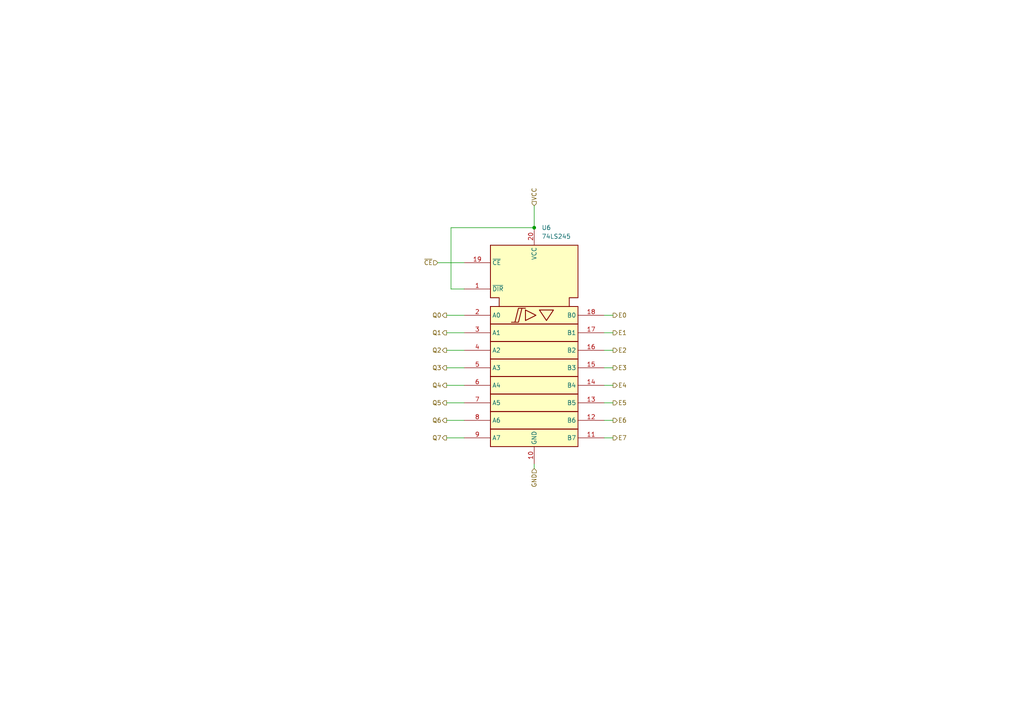
<source format=kicad_sch>
(kicad_sch (version 20250114) (generator "eeschema") (generator_version "9.0")
  (paper "A4")
  (title_block (title "Alu Selector") (date "2025-11-16") (rev "1.0") (company "Marco Vettigli"))
  (lib_symbols
    (symbol "74xx_IEEE:74LS245"
      (property "Reference" "U" (at 15.24 25.4 0))
      (property "Value" "74LS245" (at 5.08 -30.48 0))
      (symbol "74LS245_0_0"
        (polyline (pts (xy -6.604 10.668) (xy -4.572 10.668) (xy -3.556 14.732) (xy -2.54 14.732) (xy -4.572 14.732) (xy -5.588 10.668) (xy -5.588 10.668)) (stroke (width 0.254)) (fill (type background)))
        (polyline (pts (xy -2.54 14.224) (xy -2.54 11.176) (xy 0.508 12.7) (xy -2.54 14.224) (xy -2.54 14.224)) (stroke (width 0.254)) (fill (type background)))
        (polyline (pts (xy 1.524 14.224) (xy 5.588 14.224) (xy 3.556 11.176) (xy 1.524 14.224) (xy 1.524 14.224)) (stroke (width 0.254)) (fill (type background)))
        (pin power_in line (at 0 38.1 270) (length 5.08) (name "VCC") (number "20"))
        (pin power_in line (at 0 -30.48 90) (length 5.08) (name "GND") (number "10"))
      )
      (symbol "74LS245_0_1"
        (rectangle (start -12.7 15.24) (end 12.7 10.16) (stroke (width 0.254)) (fill (type background)))
        (rectangle (start -12.7 10.16) (end 12.7 5.08) (stroke (width 0.254)) (fill (type background)))
        (rectangle (start -12.7 5.08) (end 12.7 0) (stroke (width 0.254)) (fill (type background)))
        (rectangle (start -12.7 0) (end 12.7 -5.08) (stroke (width 0.254)) (fill (type background)))
        (rectangle (start -12.7 -5.08) (end 12.7 -10.16) (stroke (width 0.254)) (fill (type background)))
        (rectangle (start -12.7 -10.16) (end 12.7 -15.24) (stroke (width 0.254)) (fill (type background)))
        (rectangle (start -12.7 -15.24) (end 12.7 -20.32) (stroke (width 0.254)) (fill (type background)))
        (rectangle (start -12.7 -20.32) (end 12.7 -25.4) (stroke (width 0.254)) (fill (type background)))
        (polyline (pts (xy -10.16 15.24) (xy -10.16 17.78) (xy -12.7 17.78) (xy -12.7 33.02) (xy 12.7 33.02) (xy 12.7 17.78) (xy 10.16 17.78) (xy 10.16 15.24) (xy 10.16 15.24)) (stroke (width 0.254)) (fill (type background)))
      )
      (symbol "74LS245_1_1"
        (pin input line (at -20.32 27.94 0) (length 7.62) (name "~{CE}") (number "19"))
        (pin input line (at -20.32 20.32 0) (length 7.62) (name "~{DIR}") (number "1"))
        (pin tri_state line (at -20.32 12.7 0) (length 7.62) (name "A0") (number "2"))
        (pin tri_state line (at -20.32 7.62 0) (length 7.62) (name "A1") (number "3"))
        (pin tri_state line (at -20.32 2.54 0) (length 7.62) (name "A2") (number "4"))
        (pin tri_state line (at -20.32 -2.54 0) (length 7.62) (name "A3") (number "5"))
        (pin tri_state line (at -20.32 -7.62 0) (length 7.62) (name "A4") (number "6"))
        (pin tri_state line (at -20.32 -12.7 0) (length 7.62) (name "A5") (number "7"))
        (pin tri_state line (at -20.32 -17.78 0) (length 7.62) (name "A6") (number "8"))
        (pin tri_state line (at -20.32 -22.86 0) (length 7.62) (name "A7") (number "9"))
        (pin tri_state line (at 20.32 12.7 180) (length 7.62) (name "B0") (number "18"))
        (pin tri_state line (at 20.32 7.62 180) (length 7.62) (name "B1") (number "17"))
        (pin tri_state line (at 20.32 2.54 180) (length 7.62) (name "B2") (number "16"))
        (pin tri_state line (at 20.32 -2.54 180) (length 7.62) (name "B3") (number "15"))
        (pin tri_state line (at 20.32 -7.62 180) (length 7.62) (name "B4") (number "14"))
        (pin tri_state line (at 20.32 -12.7 180) (length 7.62) (name "B5") (number "13"))
        (pin tri_state line (at 20.32 -17.78 180) (length 7.62) (name "B6") (number "12"))
        (pin tri_state line (at 20.32 -22.86 180) (length 7.62) (name "B7") (number "11"))
      )
    )
  )
  (junction (at 154.94 66.04))
  (wire (pts (xy 175.26 121.92) (xy 177.8 121.92)))
  (wire (pts (xy 129.54 116.84) (xy 134.62 116.84)))
  (wire (pts (xy 127 76.2) (xy 134.62 76.2)))
  (wire (pts (xy 175.26 91.44) (xy 177.8 91.44)))
  (wire (pts (xy 129.54 121.92) (xy 134.62 121.92)))
  (wire (pts (xy 175.26 96.52) (xy 177.8 96.52)))
  (wire (pts (xy 154.94 134.62) (xy 154.94 135.89)))
  (wire (pts (xy 129.54 111.76) (xy 134.62 111.76)))
  (wire (pts (xy 129.54 91.44) (xy 134.62 91.44)))
  (wire (pts (xy 129.54 101.6) (xy 134.62 101.6)))
  (wire (pts (xy 129.54 106.68) (xy 134.62 106.68)))
  (wire (pts (xy 154.94 59.69) (xy 154.94 66.04)))
  (wire (pts (xy 129.54 96.52) (xy 134.62 96.52)))
  (wire (pts (xy 175.26 106.68) (xy 177.8 106.68)))
  (wire (pts (xy 175.26 111.76) (xy 177.8 111.76)))
  (wire (pts (xy 154.94 66.04) (xy 130.81 66.04)))
  (wire (pts (xy 175.26 116.84) (xy 177.8 116.84)))
  (wire (pts (xy 175.26 101.6) (xy 177.8 101.6)))
  (wire (pts (xy 130.81 66.04) (xy 130.81 83.82)))
  (wire (pts (xy 129.54 127) (xy 134.62 127)))
  (wire (pts (xy 175.26 127) (xy 177.8 127)))
  (wire (pts (xy 130.81 83.82) (xy 134.62 83.82)))
  (hierarchical_label "E0" (shape output) (at 177.8 91.44 0))
  (hierarchical_label "Q7" (shape output) (at 129.54 127 180))
  (hierarchical_label "Q3" (shape output) (at 129.54 106.68 180))
  (hierarchical_label "E7" (shape output) (at 177.8 127 0))
  (hierarchical_label "Q2" (shape output) (at 129.54 101.6 180))
  (hierarchical_label "E6" (shape output) (at 177.8 121.92 0))
  (hierarchical_label "Q1" (shape output) (at 129.54 96.52 180))
  (hierarchical_label "Q4" (shape output) (at 129.54 111.76 180))
  (hierarchical_label "Q6" (shape output) (at 129.54 121.92 180))
  (hierarchical_label "Q0" (shape output) (at 129.54 91.44 180))
  (hierarchical_label "Q5" (shape output) (at 129.54 116.84 180))
  (hierarchical_label "E2" (shape output) (at 177.8 101.6 0))
  (hierarchical_label "E3" (shape output) (at 177.8 106.68 0))
  (hierarchical_label "E5" (shape output) (at 177.8 116.84 0))
  (hierarchical_label "~{CE}" (shape input) (at 127 76.2 180))
  (hierarchical_label "GND" (shape input) (at 154.94 135.89 270))
  (hierarchical_label "VCC" (shape input) (at 154.94 59.69 90))
  (hierarchical_label "E4" (shape output) (at 177.8 111.76 0))
  (hierarchical_label "E1" (shape output) (at 177.8 96.52 0))
  (symbol (lib_id "74xx_IEEE:74LS245") (at 154.94 104.14 0) (unit 1)
    (property "Reference" "U5" (at 157.0833 66.04 0) (effects (justify left)))
    (property "Value" "74LS245" (at 157.0833 68.58 0) (effects (justify left)))
    (property "Footprint" "Package_DIP:DIP-20_W7.62mm" (effects (hide yes)))
    (instances (project "Generic Registers" (path "" (reference "U6") (unit 1)) (path "" (reference "U7") (unit 1)) (path "" (reference "U8") (unit 1)) (path "" (reference "U5") (unit 1))))
  )
)
</source>
